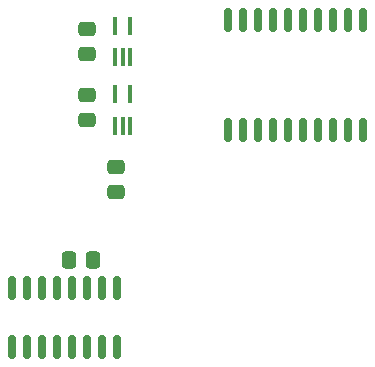
<source format=gbr>
%TF.GenerationSoftware,KiCad,Pcbnew,7.0.10*%
%TF.CreationDate,2024-02-26T12:25:31-08:00*%
%TF.ProjectId,vgaterm-top,76676174-6572-46d2-9d74-6f702e6b6963,rev?*%
%TF.SameCoordinates,Original*%
%TF.FileFunction,Paste,Top*%
%TF.FilePolarity,Positive*%
%FSLAX46Y46*%
G04 Gerber Fmt 4.6, Leading zero omitted, Abs format (unit mm)*
G04 Created by KiCad (PCBNEW 7.0.10) date 2024-02-26 12:25:31*
%MOMM*%
%LPD*%
G01*
G04 APERTURE LIST*
G04 Aperture macros list*
%AMRoundRect*
0 Rectangle with rounded corners*
0 $1 Rounding radius*
0 $2 $3 $4 $5 $6 $7 $8 $9 X,Y pos of 4 corners*
0 Add a 4 corners polygon primitive as box body*
4,1,4,$2,$3,$4,$5,$6,$7,$8,$9,$2,$3,0*
0 Add four circle primitives for the rounded corners*
1,1,$1+$1,$2,$3*
1,1,$1+$1,$4,$5*
1,1,$1+$1,$6,$7*
1,1,$1+$1,$8,$9*
0 Add four rect primitives between the rounded corners*
20,1,$1+$1,$2,$3,$4,$5,0*
20,1,$1+$1,$4,$5,$6,$7,0*
20,1,$1+$1,$6,$7,$8,$9,0*
20,1,$1+$1,$8,$9,$2,$3,0*%
G04 Aperture macros list end*
%ADD10RoundRect,0.250000X0.475000X-0.337500X0.475000X0.337500X-0.475000X0.337500X-0.475000X-0.337500X0*%
%ADD11RoundRect,0.250000X0.337500X0.475000X-0.337500X0.475000X-0.337500X-0.475000X0.337500X-0.475000X0*%
%ADD12RoundRect,0.150000X-0.150000X0.825000X-0.150000X-0.825000X0.150000X-0.825000X0.150000X0.825000X0*%
%ADD13RoundRect,0.150000X0.150000X-0.875000X0.150000X0.875000X-0.150000X0.875000X-0.150000X-0.875000X0*%
%ADD14R,0.400000X1.500000*%
G04 APERTURE END LIST*
D10*
%TO.C,C11*%
X67564000Y-57679500D03*
X67564000Y-55604500D03*
%TD*%
D11*
%TO.C,C14*%
X68115000Y-75184000D03*
X66040000Y-75184000D03*
%TD*%
D12*
%TO.C,U1*%
X70176700Y-77535000D03*
X68906700Y-77535000D03*
X67636700Y-77535000D03*
X66366700Y-77535000D03*
X65096700Y-77535000D03*
X63826700Y-77535000D03*
X62556700Y-77535000D03*
X61286700Y-77535000D03*
X61286700Y-82485000D03*
X62556700Y-82485000D03*
X63826700Y-82485000D03*
X65096700Y-82485000D03*
X66366700Y-82485000D03*
X67636700Y-82485000D03*
X68906700Y-82485000D03*
X70176700Y-82485000D03*
%TD*%
D10*
%TO.C,C10*%
X67564000Y-63267500D03*
X67564000Y-61192500D03*
%TD*%
D13*
%TO.C,U8*%
X79502000Y-64164000D03*
X80772000Y-64164000D03*
X82042000Y-64164000D03*
X83312000Y-64164000D03*
X84582000Y-64164000D03*
X85852000Y-64164000D03*
X87122000Y-64164000D03*
X88392000Y-64164000D03*
X89662000Y-64164000D03*
X90932000Y-64164000D03*
X90932000Y-54864000D03*
X89662000Y-54864000D03*
X88392000Y-54864000D03*
X87122000Y-54864000D03*
X85852000Y-54864000D03*
X84582000Y-54864000D03*
X83312000Y-54864000D03*
X82042000Y-54864000D03*
X80772000Y-54864000D03*
X79502000Y-54864000D03*
%TD*%
D10*
%TO.C,C7*%
X70049700Y-69385000D03*
X70049700Y-67310000D03*
%TD*%
D14*
%TO.C,U10*%
X69962000Y-63786500D03*
X70612000Y-63786500D03*
X71262000Y-63786500D03*
X71262000Y-61126500D03*
X69962000Y-61126500D03*
%TD*%
%TO.C,U9*%
X69962000Y-57950500D03*
X70612000Y-57950500D03*
X71262000Y-57950500D03*
X71262000Y-55290500D03*
X69962000Y-55290500D03*
%TD*%
M02*

</source>
